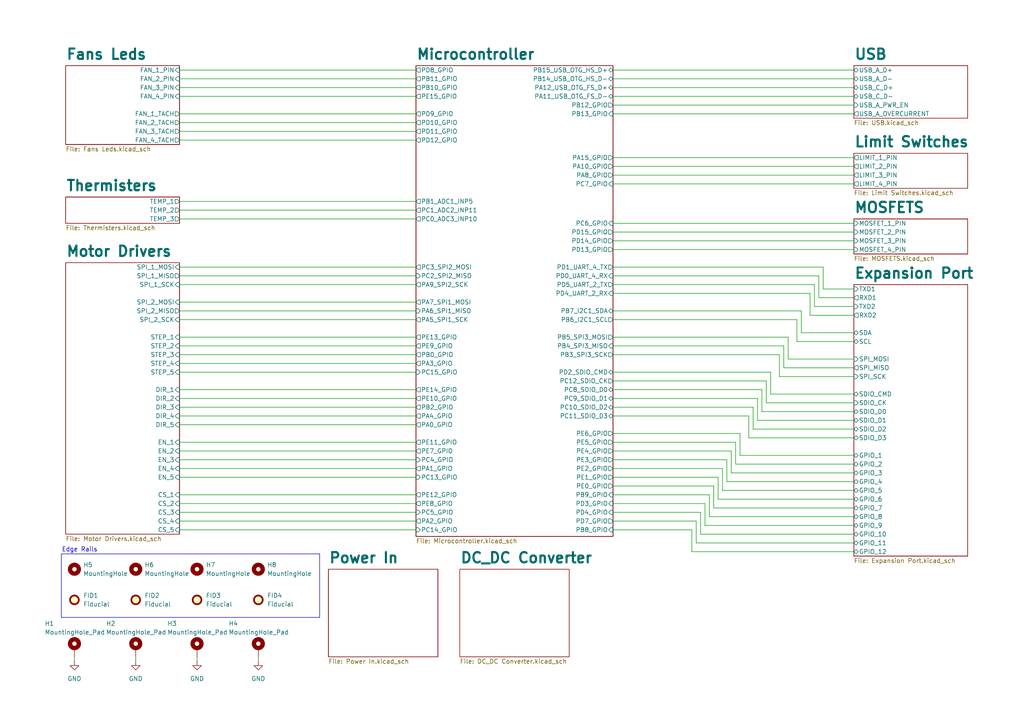
<source format=kicad_sch>
(kicad_sch (version 20250114) (generator "eeschema") (generator_version "9.0")
  (paper "A4")
  (title_block (title "Scorpion max V1") (rev "V1"))
  (lib_symbols
    (symbol "Mechanical:Fiducial" (in_bom no)
      (property "Reference" "FID" (at 0 5.08 0))
      (property "Value" "Fiducial" (at 0 3.175 0))
      (symbol "Fiducial_0_1"
        (circle (center 0 0) (radius 1.27) (stroke (width 0.508)) (fill (type background)))
      )
    )
    (symbol "Mechanical:MountingHole" (pin_names (offset 1.016)) (in_bom no)
      (property "Reference" "H" (at 0 5.08 0))
      (property "Value" "MountingHole" (at 0 3.175 0))
      (symbol "MountingHole_0_1"
        (circle (center 0 0) (radius 1.27) (stroke (width 1.27)))
      )
    )
    (symbol "Mechanical:MountingHole_Pad" (pin_numbers (hide yes)) (pin_names (offset 1.016) (hide yes)) (in_bom no)
      (property "Reference" "H" (at 0 6.35 0))
      (property "Value" "MountingHole_Pad" (at 0 4.445 0))
      (symbol "MountingHole_Pad_0_1"
        (circle (center 0 1.27) (radius 1.27) (stroke (width 1.27)))
      )
      (symbol "MountingHole_Pad_1_1"
        (pin input line (at 0 -2.54 90) (length 2.54) (name "1") (number "1"))
      )
    )
    (symbol "power:GND" (power) (pin_numbers (hide yes)) (pin_names (offset 0) (hide yes))
      (property "Value" "GND" (at 0 -3.81 0))
      (symbol "GND_0_1"
        (polyline (pts (xy 0 0) (xy 0 -1.27) (xy 1.27 -1.27) (xy 0 -2.54) (xy -1.27 -1.27) (xy 0 -1.27)))
      )
      (symbol "GND_1_1"
        (pin power_in line (at 0 0 270) (length 0) (name "~") (number "1"))
      )
    )
  )
  (rectangle (start 17.78 160.655) (end 92.71 179.07))
  (text "Edge Rails\n" (at 23.114 159.512 0) (effects (font (size 1.27 1.27))))
  (wire (pts (xy 217.17 127) (xy 217.17 120.65)))
  (wire (pts (xy 52.07 77.47) (xy 120.65 77.47)))
  (wire (pts (xy 219.71 121.92) (xy 219.71 115.57)))
  (wire (pts (xy 210.82 139.7) (xy 247.65 139.7)))
  (wire (pts (xy 232.41 96.52) (xy 232.41 90.17)))
  (wire (pts (xy 205.74 143.51) (xy 205.74 149.86)))
  (wire (pts (xy 177.8 113.03) (xy 220.98 113.03)))
  (wire (pts (xy 52.07 130.81) (xy 120.65 130.81)))
  (wire (pts (xy 227.33 106.68) (xy 247.65 106.68)))
  (wire (pts (xy 52.07 138.43) (xy 120.65 138.43)))
  (wire (pts (xy 223.52 114.3) (xy 223.52 107.95)))
  (wire (pts (xy 177.8 153.67) (xy 200.66 153.67)))
  (wire (pts (xy 201.93 151.13) (xy 201.93 157.48)))
  (wire (pts (xy 57.15 191.77) (xy 57.15 190.5)))
  (wire (pts (xy 217.17 127) (xy 247.65 127)))
  (wire (pts (xy 177.8 72.39) (xy 247.65 72.39)))
  (wire (pts (xy 52.07 80.01) (xy 120.65 80.01)))
  (wire (pts (xy 231.14 99.06) (xy 247.65 99.06)))
  (wire (pts (xy 52.07 107.95) (xy 120.65 107.95)))
  (wire (pts (xy 52.07 25.4) (xy 120.65 25.4)))
  (wire (pts (xy 52.07 143.51) (xy 120.65 143.51)))
  (wire (pts (xy 177.8 135.89) (xy 209.55 135.89)))
  (wire (pts (xy 201.93 157.48) (xy 247.65 157.48)))
  (wire (pts (xy 52.07 90.17) (xy 120.65 90.17)))
  (wire (pts (xy 177.8 128.27) (xy 213.36 128.27)))
  (wire (pts (xy 234.95 91.44) (xy 234.95 85.09)))
  (wire (pts (xy 200.66 160.02) (xy 247.65 160.02)))
  (wire (pts (xy 220.98 119.38) (xy 247.65 119.38)))
  (wire (pts (xy 207.01 140.97) (xy 207.01 147.32)))
  (wire (pts (xy 204.47 152.4) (xy 247.65 152.4)))
  (wire (pts (xy 177.8 110.49) (xy 222.25 110.49)))
  (wire (pts (xy 226.06 109.22) (xy 247.65 109.22)))
  (wire (pts (xy 52.07 148.59) (xy 120.65 148.59)))
  (wire (pts (xy 220.98 119.38) (xy 220.98 113.03)))
  (wire (pts (xy 210.82 133.35) (xy 210.82 139.7)))
  (wire (pts (xy 236.22 88.9) (xy 247.65 88.9)))
  (wire (pts (xy 208.28 144.78) (xy 247.65 144.78)))
  (wire (pts (xy 238.76 83.82) (xy 238.76 77.47)))
  (wire (pts (xy 207.01 147.32) (xy 247.65 147.32)))
  (wire (pts (xy 177.8 115.57) (xy 219.71 115.57)))
  (wire (pts (xy 212.09 137.16) (xy 247.65 137.16)))
  (wire (pts (xy 213.36 134.62) (xy 247.65 134.62)))
  (wire (pts (xy 208.28 138.43) (xy 208.28 144.78)))
  (wire (pts (xy 177.8 85.09) (xy 234.95 85.09)))
  (wire (pts (xy 177.8 90.17) (xy 232.41 90.17)))
  (wire (pts (xy 177.8 50.8) (xy 247.65 50.8)))
  (wire (pts (xy 214.63 132.08) (xy 247.65 132.08)))
  (wire (pts (xy 52.07 146.05) (xy 120.65 146.05)))
  (wire (pts (xy 177.8 118.11) (xy 218.44 118.11)))
  (wire (pts (xy 237.49 86.36) (xy 237.49 80.01)))
  (wire (pts (xy 228.6 104.14) (xy 247.65 104.14)))
  (wire (pts (xy 52.07 33.02) (xy 120.65 33.02)))
  (wire (pts (xy 177.8 146.05) (xy 204.47 146.05)))
  (wire (pts (xy 52.07 151.13) (xy 120.65 151.13)))
  (wire (pts (xy 52.07 100.33) (xy 120.65 100.33)))
  (wire (pts (xy 177.8 97.79) (xy 228.6 97.79)))
  (wire (pts (xy 214.63 125.73) (xy 214.63 132.08)))
  (wire (pts (xy 52.07 27.94) (xy 120.65 27.94)))
  (wire (pts (xy 237.49 86.36) (xy 247.65 86.36)))
  (wire (pts (xy 177.8 45.72) (xy 247.65 45.72)))
  (wire (pts (xy 177.8 33.02) (xy 247.65 33.02)))
  (wire (pts (xy 52.07 120.65) (xy 120.65 120.65)))
  (wire (pts (xy 52.07 20.32) (xy 120.65 20.32)))
  (wire (pts (xy 52.07 133.35) (xy 120.65 133.35)))
  (wire (pts (xy 177.8 27.94) (xy 247.65 27.94)))
  (wire (pts (xy 203.2 148.59) (xy 203.2 154.94)))
  (wire (pts (xy 218.44 124.46) (xy 218.44 118.11)))
  (wire (pts (xy 52.07 153.67) (xy 120.65 153.67)))
  (wire (pts (xy 177.8 20.32) (xy 247.65 20.32)))
  (wire (pts (xy 213.36 128.27) (xy 213.36 134.62)))
  (wire (pts (xy 52.07 58.42) (xy 120.65 58.42)))
  (wire (pts (xy 52.07 115.57) (xy 120.65 115.57)))
  (wire (pts (xy 52.07 102.87) (xy 120.65 102.87)))
  (wire (pts (xy 52.07 135.89) (xy 120.65 135.89)))
  (wire (pts (xy 232.41 96.52) (xy 247.65 96.52)))
  (wire (pts (xy 177.8 77.47) (xy 238.76 77.47)))
  (wire (pts (xy 177.8 92.71) (xy 231.14 92.71)))
  (wire (pts (xy 177.8 138.43) (xy 208.28 138.43)))
  (wire (pts (xy 52.07 105.41) (xy 120.65 105.41)))
  (wire (pts (xy 177.8 102.87) (xy 226.06 102.87)))
  (wire (pts (xy 209.55 142.24) (xy 247.65 142.24)))
  (wire (pts (xy 177.8 69.85) (xy 247.65 69.85)))
  (wire (pts (xy 231.14 99.06) (xy 231.14 92.71)))
  (wire (pts (xy 236.22 88.9) (xy 236.22 82.55)))
  (wire (pts (xy 177.8 133.35) (xy 210.82 133.35)))
  (wire (pts (xy 39.37 191.77) (xy 39.37 190.5)))
  (wire (pts (xy 177.8 100.33) (xy 227.33 100.33)))
  (wire (pts (xy 223.52 114.3) (xy 247.65 114.3)))
  (wire (pts (xy 219.71 121.92) (xy 247.65 121.92)))
  (wire (pts (xy 177.8 53.34) (xy 247.65 53.34)))
  (wire (pts (xy 177.8 107.95) (xy 223.52 107.95)))
  (wire (pts (xy 177.8 48.26) (xy 247.65 48.26)))
  (wire (pts (xy 177.8 143.51) (xy 205.74 143.51)))
  (wire (pts (xy 52.07 38.1) (xy 120.65 38.1)))
  (wire (pts (xy 52.07 60.96) (xy 120.65 60.96)))
  (wire (pts (xy 177.8 120.65) (xy 217.17 120.65)))
  (wire (pts (xy 226.06 109.22) (xy 226.06 102.87)))
  (wire (pts (xy 177.8 22.86) (xy 247.65 22.86)))
  (wire (pts (xy 204.47 146.05) (xy 204.47 152.4)))
  (wire (pts (xy 52.07 128.27) (xy 120.65 128.27)))
  (wire (pts (xy 222.25 116.84) (xy 247.65 116.84)))
  (wire (pts (xy 52.07 118.11) (xy 120.65 118.11)))
  (wire (pts (xy 177.8 30.48) (xy 247.65 30.48)))
  (wire (pts (xy 52.07 82.55) (xy 120.65 82.55)))
  (wire (pts (xy 74.93 191.77) (xy 74.93 190.5)))
  (wire (pts (xy 177.8 151.13) (xy 201.93 151.13)))
  (wire (pts (xy 52.07 87.63) (xy 120.65 87.63)))
  (wire (pts (xy 218.44 124.46) (xy 247.65 124.46)))
  (wire (pts (xy 177.8 25.4) (xy 247.65 25.4)))
  (wire (pts (xy 234.95 91.44) (xy 247.65 91.44)))
  (wire (pts (xy 52.07 35.56) (xy 120.65 35.56)))
  (wire (pts (xy 177.8 140.97) (xy 207.01 140.97)))
  (wire (pts (xy 177.8 125.73) (xy 214.63 125.73)))
  (wire (pts (xy 52.07 92.71) (xy 120.65 92.71)))
  (wire (pts (xy 238.76 83.82) (xy 247.65 83.82)))
  (wire (pts (xy 177.8 67.31) (xy 247.65 67.31)))
  (wire (pts (xy 212.09 130.81) (xy 212.09 137.16)))
  (wire (pts (xy 177.8 64.77) (xy 247.65 64.77)))
  (wire (pts (xy 177.8 130.81) (xy 212.09 130.81)))
  (wire (pts (xy 52.07 97.79) (xy 120.65 97.79)))
  (wire (pts (xy 52.07 123.19) (xy 120.65 123.19)))
  (wire (pts (xy 227.33 106.68) (xy 227.33 100.33)))
  (wire (pts (xy 21.59 191.77) (xy 21.59 190.5)))
  (wire (pts (xy 177.8 148.59) (xy 203.2 148.59)))
  (wire (pts (xy 209.55 135.89) (xy 209.55 142.24)))
  (wire (pts (xy 52.07 22.86) (xy 120.65 22.86)))
  (wire (pts (xy 203.2 154.94) (xy 247.65 154.94)))
  (wire (pts (xy 200.66 153.67) (xy 200.66 160.02)))
  (wire (pts (xy 52.07 63.5) (xy 120.65 63.5)))
  (wire (pts (xy 52.07 40.64) (xy 120.65 40.64)))
  (wire (pts (xy 177.8 82.55) (xy 236.22 82.55)))
  (wire (pts (xy 228.6 104.14) (xy 228.6 97.79)))
  (wire (pts (xy 177.8 80.01) (xy 237.49 80.01)))
  (wire (pts (xy 222.25 116.84) (xy 222.25 110.49)))
  (wire (pts (xy 52.07 113.03) (xy 120.65 113.03)))
  (wire (pts (xy 205.74 149.86) (xy 247.65 149.86)))
  (symbol (lib_id "power:GND") (at 57.15 191.77 0) (unit 1)
    (property "Reference" "#PWR03" (effects (hide yes)))
    (property "Value" "GND" (at 57.15 196.85 0))
    (property "Description" "Power symbol creates a global label with name \"GND\" , ground" (effects (hide yes)))
  )
  (symbol (lib_id "power:GND") (at 21.59 191.77 0) (unit 1)
    (property "Reference" "#PWR01" (effects (hide yes)))
    (property "Value" "GND" (at 21.59 196.85 0))
    (property "Description" "Power symbol creates a global label with name \"GND\" , ground" (effects (hide yes)))
  )
  (symbol (lib_id "Mechanical:MountingHole_Pad") (at 57.15 187.96 0) (unit 1) (in_bom no)
    (property "Reference" "H3" (at 48.514 180.848 0) (effects (justify left)))
    (property "Value" "MountingHole_Pad" (at 48.514 183.388 0) (effects (justify left)))
    (property "Footprint" "MountingHole:MountingHole_3.2mm_M3_Pad" (effects (hide yes)))
    (property "Description" "Mounting Hole with connection" (effects (hide yes)))
  )
  (symbol (lib_id "Mechanical:MountingHole") (at 21.59 165.1 0) (unit 1) (in_bom no)
    (property "Reference" "H5" (at 24.13 163.8299 0) (effects (justify left)))
    (property "Value" "MountingHole" (at 24.13 166.3699 0) (effects (justify left)))
    (property "Footprint" "MountingHole:MountingHole_2mm" (effects (hide yes)))
    (property "Description" "Mounting Hole without connection" (effects (hide yes)))
  )
  (symbol (lib_id "Mechanical:MountingHole") (at 39.37 165.1 0) (unit 1) (in_bom no)
    (property "Reference" "H6" (at 41.91 163.8299 0) (effects (justify left)))
    (property "Value" "MountingHole" (at 41.91 166.3699 0) (effects (justify left)))
    (property "Footprint" "MountingHole:MountingHole_2mm" (effects (hide yes)))
    (property "Description" "Mounting Hole without connection" (effects (hide yes)))
  )
  (symbol (lib_id "Mechanical:MountingHole_Pad") (at 74.93 187.96 0) (unit 1) (in_bom no)
    (property "Reference" "H4" (at 66.294 180.848 0) (effects (justify left)))
    (property "Value" "MountingHole_Pad" (at 66.294 183.388 0) (effects (justify left)))
    (property "Footprint" "MountingHole:MountingHole_3.2mm_M3_Pad" (effects (hide yes)))
    (property "Description" "Mounting Hole with connection" (effects (hide yes)))
  )
  (symbol (lib_id "Mechanical:Fiducial") (at 21.59 173.99 0) (unit 1) (in_bom no)
    (property "Reference" "FID1" (at 24.13 172.7199 0) (effects (justify left)))
    (property "Value" "Fiducial" (at 24.13 175.2599 0) (effects (justify left)))
    (property "Footprint" "Fiducial:Fiducial_0.5mm_Mask1.5mm" (effects (hide yes)))
    (property "Description" "Fiducial Marker" (effects (hide yes)))
  )
  (symbol (lib_id "Mechanical:Fiducial") (at 74.93 173.99 0) (unit 1) (in_bom no)
    (property "Reference" "FID4" (at 77.47 172.7199 0) (effects (justify left)))
    (property "Value" "Fiducial" (at 77.47 175.2599 0) (effects (justify left)))
    (property "Footprint" "Fiducial:Fiducial_0.5mm_Mask1.5mm" (effects (hide yes)))
    (property "Description" "Fiducial Marker" (effects (hide yes)))
  )
  (symbol (lib_id "Mechanical:MountingHole_Pad") (at 39.37 187.96 0) (unit 1) (in_bom no)
    (property "Reference" "H2" (at 30.734 180.848 0) (effects (justify left)))
    (property "Value" "MountingHole_Pad" (at 30.734 183.388 0) (effects (justify left)))
    (property "Footprint" "MountingHole:MountingHole_3.2mm_M3_Pad" (effects (hide yes)))
    (property "Description" "Mounting Hole with connection" (effects (hide yes)))
  )
  (symbol (lib_id "Mechanical:Fiducial") (at 39.37 173.99 0) (unit 1) (in_bom no)
    (property "Reference" "FID2" (at 41.91 172.7199 0) (effects (justify left)))
    (property "Value" "Fiducial" (at 41.91 175.2599 0) (effects (justify left)))
    (property "Footprint" "Fiducial:Fiducial_0.5mm_Mask1.5mm" (effects (hide yes)))
    (property "Description" "Fiducial Marker" (effects (hide yes)))
  )
  (symbol (lib_id "Mechanical:Fiducial") (at 57.15 173.99 0) (unit 1) (in_bom no)
    (property "Reference" "FID3" (at 59.69 172.7199 0) (effects (justify left)))
    (property "Value" "Fiducial" (at 59.69 175.2599 0) (effects (justify left)))
    (property "Footprint" "Fiducial:Fiducial_0.5mm_Mask1.5mm" (effects (hide yes)))
    (property "Description" "Fiducial Marker" (effects (hide yes)))
  )
  (symbol (lib_id "Mechanical:MountingHole") (at 57.15 165.1 0) (unit 1) (in_bom no)
    (property "Reference" "H7" (at 59.69 163.8299 0) (effects (justify left)))
    (property "Value" "MountingHole" (at 59.69 166.3699 0) (effects (justify left)))
    (property "Footprint" "MountingHole:MountingHole_2mm" (effects (hide yes)))
    (property "Description" "Mounting Hole without connection" (effects (hide yes)))
  )
  (symbol (lib_id "power:GND") (at 74.93 191.77 0) (unit 1)
    (property "Reference" "#PWR04" (effects (hide yes)))
    (property "Value" "GND" (at 74.93 196.85 0))
    (property "Description" "Power symbol creates a global label with name \"GND\" , ground" (effects (hide yes)))
  )
  (symbol (lib_id "power:GND") (at 39.37 191.77 0) (unit 1)
    (property "Reference" "#PWR02" (effects (hide yes)))
    (property "Value" "GND" (at 39.37 196.85 0))
    (property "Description" "Power symbol creates a global label with name \"GND\" , ground" (effects (hide yes)))
  )
  (symbol (lib_id "Mechanical:MountingHole_Pad") (at 21.59 187.96 0) (unit 1) (in_bom no)
    (property "Reference" "H1" (at 12.954 180.848 0) (effects (justify left)))
    (property "Value" "MountingHole_Pad" (at 12.954 183.388 0) (effects (justify left)))
    (property "Footprint" "MountingHole:MountingHole_3.2mm_M3_Pad" (effects (hide yes)))
    (property "Description" "Mounting Hole with connection" (effects (hide yes)))
  )
  (symbol (lib_id "Mechanical:MountingHole") (at 74.93 165.1 0) (unit 1) (in_bom no)
    (property "Reference" "H8" (at 77.47 163.8299 0) (effects (justify left)))
    (property "Value" "MountingHole" (at 77.47 166.3699 0) (effects (justify left)))
    (property "Footprint" "MountingHole:MountingHole_2mm" (effects (hide yes)))
    (property "Description" "Mounting Hole without connection" (effects (hide yes)))
  )
  (sheet (at 247.65 63.5) (size 33.02 10.16) (stroke (width 0.1524))
    (property "Sheetname" "MOSFETS" (at 247.65 61.9234 0) (effects (font (size 3 3) (thickness 0.6) (bold yes)) (justify left bottom)))
    (property "Sheetfile" "MOSFETS.kicad_sch" (at 247.65 74.2446 0) (effects (justify left top)))
    (pin "MOSFET_1_PIN" input (at 247.65 64.77 180))
    (pin "MOSFET_2_PIN" input (at 247.65 67.31 180))
    (pin "MOSFET_4_PIN" input (at 247.65 72.39 180))
    (pin "MOSFET_3_PIN" input (at 247.65 69.85 180))
  )
  (sheet (at 95.25 165.1) (size 31.75 25.4) (stroke (width 0.1524))
    (property "Sheetname" "Power In" (at 95.25 163.5234 0) (effects (font (size 3 3) (thickness 0.6) (bold yes)) (justify left bottom)))
    (property "Sheetfile" "Power In.kicad_sch" (at 95.25 191.0846 0) (effects (justify left top)))
  )
  (sheet (at 133.35 165.1) (size 31.75 25.4) (stroke (width 0.1524))
    (property "Sheetname" "DC_DC Converter" (at 133.35 163.5234 0) (effects (font (size 3 3) (thickness 0.6) (bold yes)) (justify left bottom)))
    (property "Sheetfile" "DC_DC Converter.kicad_sch" (at 133.35 191.0846 0) (effects (justify left top)))
  )
  (sheet (at 19.05 76.2) (size 33.02 78.74) (stroke (width 0.1524))
    (property "Sheetname" "Motor Drivers" (at 19.05 74.6234 0) (effects (font (size 3 3) (thickness 0.6) (bold yes)) (justify left bottom)))
    (property "Sheetfile" "Motor Drivers.kicad_sch" (at 19.05 155.5246 0) (effects (justify left top)))
    (pin "SPI_1_MISO" output (at 52.07 80.01 0))
    (pin "SPI_2_MISO" output (at 52.07 90.17 0))
    (pin "SPI_2_SCK" input (at 52.07 92.71 0))
    (pin "EN_5" input (at 52.07 138.43 0))
    (pin "EN_4" input (at 52.07 135.89 0))
    (pin "CS_5" input (at 52.07 153.67 0))
    (pin "EN_3" input (at 52.07 133.35 0))
    (pin "CS_3" input (at 52.07 148.59 0))
    (pin "EN_2" input (at 52.07 130.81 0))
    (pin "EN_1" input (at 52.07 128.27 0))
    (pin "SPI_1_SCK" input (at 52.07 82.55 0))
    (pin "SPI_1_MOSI" input (at 52.07 77.47 0))
    (pin "CS_2" input (at 52.07 146.05 0))
    (pin "SPI_2_MOSI" input (at 52.07 87.63 0))
    (pin "CS_4" input (at 52.07 151.13 0))
    (pin "STEP_2" input (at 52.07 100.33 0))
    (pin "STEP_1" input (at 52.07 97.79 0))
    (pin "DIR_1" input (at 52.07 113.03 0))
    (pin "DIR_2" input (at 52.07 115.57 0))
    (pin "DIR_3" input (at 52.07 118.11 0))
    (pin "STEP_3" input (at 52.07 102.87 0))
    (pin "STEP_4" input (at 52.07 105.41 0))
    (pin "DIR_4" input (at 52.07 120.65 0))
    (pin "STEP_5" input (at 52.07 107.95 0))
    (pin "DIR_5" input (at 52.07 123.19 0))
    (pin "CS_1" input (at 52.07 143.51 0))
  )
  (sheet (at 247.65 44.45) (size 33.02 10.16) (stroke (width 0.1524))
    (property "Sheetname" "Limit Switches" (at 247.65 42.8734 0) (effects (font (size 3 3) (thickness 0.6) (bold yes)) (justify left bottom)))
    (property "Sheetfile" "Limit Switches.kicad_sch" (at 247.65 55.1946 0) (effects (justify left top)))
    (pin "LIMIT_4_PIN" output (at 247.65 53.34 180))
    (pin "LIMIT_1_PIN" output (at 247.65 45.72 180))
    (pin "LIMIT_3_PIN" output (at 247.65 50.8 180))
    (pin "LIMIT_2_PIN" output (at 247.65 48.26 180))
  )
  (sheet (at 120.65 19.05) (size 57.15 136.525) (stroke (width 0.1524))
    (property "Sheetname" "Microcontroller" (at 120.65 17.4734 0) (effects (font (size 3 3) (thickness 0.6) (bold yes)) (justify left bottom)))
    (property "Sheetfile" "Microcontroller.kicad_sch" (at 120.65 156.1596 0) (effects (justify left top)))
    (pin "PB4_SPI3_MISO" input (at 177.8 100.33 0))
    (pin "PB5_SPI3_MOSI" output (at 177.8 97.79 0))
    (pin "PA12_USB_OTG_FS_D+" bidirectional (at 177.8 25.4 0))
    (pin "PB15_USB_OTG_HS_D+" bidirectional (at 177.8 20.32 0))
    (pin "PB3_SPI3_SCK" output (at 177.8 102.87 0))
    (pin "PC8_SDIO_D0" bidirectional (at 177.8 113.03 0))
    (pin "PC11_SDIO_D3" bidirectional (at 177.8 120.65 0))
    (pin "PC9_SDIO_D1" bidirectional (at 177.8 115.57 0))
    (pin "PB7_I2C1_SDA" bidirectional (at 177.8 90.17 0))
    (pin "PB6_I2C1_SCL" output (at 177.8 92.71 0))
    (pin "PC10_SDIO_D2" bidirectional (at 177.8 118.11 0))
    (pin "PC12_SDIO_CK" output (at 177.8 110.49 0))
    (pin "PD2_SDIO_CMD" bidirectional (at 177.8 107.95 0))
    (pin "PA11_USB_OTG_FS_D-" bidirectional (at 177.8 27.94 0))
    (pin "PB14_USB_OTG_HS_D-" bidirectional (at 177.8 22.86 0))
    (pin "PB12_GPIO" output (at 177.8 30.48 0))
    (pin "PB13_GPIO" input (at 177.8 33.02 0))
    (pin "PD1_UART_4_TX" output (at 177.8 77.47 0))
    (pin "PD0_UART_4_RX" input (at 177.8 80.01 0))
    (pin "PD5_UART_2_TX" output (at 177.8 82.55 0))
    (pin "PD4_UART_2_RX" input (at 177.8 85.09 0))
    (pin "PD7_GPIO" output (at 177.8 151.13 0))
    (pin "PD3_GPIO" input (at 177.8 146.05 0))
    (pin "PD4_GPIO" input (at 177.8 148.59 0))
    (pin "PB8_GPIO" input (at 177.8 153.67 0))
    (pin "PE1_GPIO" output (at 177.8 138.43 0))
    (pin "PE0_GPIO" output (at 177.8 140.97 0))
    (pin "PB9_GPIO" input (at 177.8 143.51 0))
    (pin "PE4_GPIO" output (at 177.8 130.81 0))
    (pin "PE6_GPIO" output (at 177.8 125.73 0))
    (pin "PE3_GPIO" output (at 177.8 133.35 0))
    (pin "PE2_GPIO" output (at 177.8 135.89 0))
    (pin "PE5_GPIO" output (at 177.8 128.27 0))
    (pin "PA5_SPI1_SCK" output (at 120.65 92.71 180))
    (pin "PA6_SPI1_MISO" input (at 120.65 90.17 180))
    (pin "PC2_SPI2_MISO" input (at 120.65 80.01 180))
    (pin "PA7_SPI1_MOSI" output (at 120.65 87.63 180))
    (pin "PC3_SPI2_MOSI" output (at 120.65 77.47 180))
    (pin "PA9_SPI2_SCK" output (at 120.65 82.55 180))
    (pin "PE7_GPIO" output (at 120.65 130.81 180))
    (pin "PA4_GPIO" output (at 120.65 120.65 180))
    (pin "PE11_GPIO" output (at 120.65 128.27 180))
    (pin "PB0_GPIO" output (at 120.65 102.87 180))
    (pin "PC4_GPIO" input (at 120.65 133.35 180))
    (pin "PE10_GPIO" output (at 120.65 115.57 180))
    (pin "PE13_GPIO" output (at 120.65 97.79 180))
    (pin "PE8_GPIO" output (at 120.65 146.05 180))
    (pin "PC5_GPIO" input (at 120.65 148.59 180))
    (pin "PE12_GPIO" output (at 120.65 143.51 180))
    (pin "PE14_GPIO" output (at 120.65 113.03 180))
    (pin "PB2_GPIO" output (at 120.65 118.11 180))
    (pin "PE9_GPIO" output (at 120.65 100.33 180))
    (pin "PC14_GPIO" input (at 120.65 153.67 180))
    (pin "PA0_GPIO" output (at 120.65 123.19 180))
    (pin "PA1_GPIO" output (at 120.65 135.89 180))
    (pin "PA2_GPIO" output (at 120.65 151.13 180))
    (pin "PA3_GPIO" output (at 120.65 105.41 180))
    (pin "PC15_GPIO" input (at 120.65 107.95 180))
    (pin "PC13_GPIO" input (at 120.65 138.43 180))
    (pin "PC1_ADC2_INP11" output (at 120.65 60.96 180))
    (pin "PC0_ADC3_INP10" output (at 120.65 63.5 180))
    (pin "PB1_ADC1_INP5" output (at 120.65 58.42 180))
    (pin "PE15_GPIO" output (at 120.65 27.94 180))
    (pin "PB11_GPIO" output (at 120.65 22.86 180))
    (pin "PD8_GPIO" output (at 120.65 20.32 180))
    (pin "PB10_GPIO" output (at 120.65 25.4 180))
    (pin "PD11_GPIO" output (at 120.65 38.1 180))
    (pin "PD12_GPIO" output (at 120.65 40.64 180))
    (pin "PD10_GPIO" output (at 120.65 35.56 180))
    (pin "PD9_GPIO" output (at 120.65 33.02 180))
    (pin "PA8_GPIO" output (at 177.8 50.8 0))
    (pin "PA15_GPIO" output (at 177.8 45.72 0))
    (pin "PA10_GPIO" output (at 177.8 48.26 0))
    (pin "PC7_GPIO" input (at 177.8 53.34 0))
    (pin "PD14_GPIO" output (at 177.8 69.85 0))
    (pin "PD13_GPIO" output (at 177.8 72.39 0))
    (pin "PD15_GPIO" output (at 177.8 67.31 0))
    (pin "PC6_GPIO" input (at 177.8 64.77 0))
  )
  (sheet (at 19.05 19.05) (size 33.02 22.86) (stroke (width 0.1524))
    (property "Sheetname" "Fans Leds" (at 19.05 17.4734 0) (effects (font (size 3 3) (thickness 0.6) (bold yes)) (justify left bottom)))
    (property "Sheetfile" "Fans Leds.kicad_sch" (at 19.05 42.4946 0) (effects (justify left top)))
    (pin "FAN_1_PIN" input (at 52.07 20.32 0))
    (pin "FAN_3_PIN" input (at 52.07 25.4 0))
    (pin "FAN_2_PIN" input (at 52.07 22.86 0))
    (pin "FAN_4_PIN" input (at 52.07 27.94 0))
    (pin "FAN_1_TACH" output (at 52.07 33.02 0))
    (pin "FAN_2_TACH" output (at 52.07 35.56 0))
    (pin "FAN_4_TACH" output (at 52.07 40.64 0))
    (pin "FAN_3_TACH" output (at 52.07 38.1 0))
  )
  (sheet (at 247.65 19.05) (size 33.02 15.24) (stroke (width 0.1524))
    (property "Sheetname" "USB" (at 247.65 17.4734 0) (effects (font (size 3 3) (thickness 0.6) (bold yes)) (justify left bottom)))
    (property "Sheetfile" "USB.kicad_sch" (at 247.65 34.8746 0) (effects (justify left top)))
    (pin "USB_A_D+" bidirectional (at 247.65 20.32 180))
    (pin "USB_A_D-" bidirectional (at 247.65 22.86 180))
    (pin "USB_C_D+" bidirectional (at 247.65 25.4 180))
    (pin "USB_C_D-" bidirectional (at 247.65 27.94 180))
    (pin "USB_A_OVERCURRENT" output (at 247.65 33.02 180))
    (pin "USB_A_PWR_EN" input (at 247.65 30.48 180))
  )
  (sheet (at 19.05 57.15) (size 33.02 7.62) (stroke (width 0.1524))
    (property "Sheetname" "Thermisters" (at 19.05 55.5734 0) (effects (font (size 3 3) (thickness 0.6) (bold yes)) (justify left bottom)))
    (property "Sheetfile" "Thermisters.kicad_sch" (at 19.05 65.3546 0) (effects (justify left top)))
    (pin "TEMP_1" output (at 52.07 58.42 0))
    (pin "TEMP_2" output (at 52.07 60.96 0))
    (pin "TEMP_3" output (at 52.07 63.5 0))
  )
  (sheet (at 247.65 82.55) (size 33.02 78.74) (stroke (width 0.1524))
    (property "Sheetname" "Expansion Port" (at 247.65 80.9734 0) (effects (font (size 3 3) (thickness 0.6) (bold yes)) (justify left bottom)))
    (property "Sheetfile" "Expansion Port.kicad_sch" (at 247.65 161.8746 0) (effects (justify left top)))
    (pin "SPI_SCK" input (at 247.65 109.22 180))
    (pin "RXD1" output (at 247.65 86.36 180))
    (pin "SPI_MISO" output (at 247.65 106.68 180))
    (pin "SPI_MOSI" input (at 247.65 104.14 180))
    (pin "RXD2" output (at 247.65 91.44 180))
    (pin "SCL" bidirectional (at 247.65 99.06 180))
    (pin "SDA" bidirectional (at 247.65 96.52 180))
    (pin "GPIO_1" bidirectional (at 247.65 132.08 180))
    (pin "GPIO_6" bidirectional (at 247.65 144.78 180))
    (pin "GPIO_5" bidirectional (at 247.65 142.24 180))
    (pin "GPIO_2" bidirectional (at 247.65 134.62 180))
    (pin "GPIO_4" bidirectional (at 247.65 139.7 180))
    (pin "GPIO_3" bidirectional (at 247.65 137.16 180))
    (pin "TXD1" input (at 247.65 83.82 180))
    (pin "TXD2" input (at 247.65 88.9 180))
    (pin "SDIO_D3" bidirectional (at 247.65 127 180))
    (pin "SDIO_CMD" bidirectional (at 247.65 114.3 180))
    (pin "SDIO_D2" bidirectional (at 247.65 124.46 180))
    (pin "SDIO_D1" bidirectional (at 247.65 121.92 180))
    (pin "SDIO_D0" bidirectional (at 247.65 119.38 180))
    (pin "SDIO_CK" input (at 247.65 116.84 180))
    (pin "GPIO_7" bidirectional (at 247.65 147.32 180))
    (pin "GPIO_8" bidirectional (at 247.65 149.86 180))
    (pin "GPIO_11" bidirectional (at 247.65 157.48 180))
    (pin "GPIO_12" bidirectional (at 247.65 160.02 180))
    (pin "GPIO_10" bidirectional (at 247.65 154.94 180))
    (pin "GPIO_9" bidirectional (at 247.65 152.4 180))
  )
)
</source>
